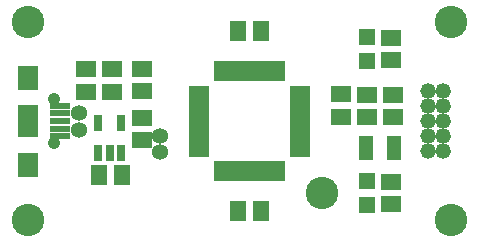
<source format=gts>
G75*
%MOIN*%
%OFA0B0*%
%FSLAX25Y25*%
%IPPOS*%
%LPD*%
%AMOC8*
5,1,8,0,0,1.08239X$1,22.5*
%
%ADD10C,0.10800*%
%ADD11R,0.06706X0.05682*%
%ADD12R,0.05524X0.05524*%
%ADD13R,0.02965X0.05524*%
%ADD14R,0.05682X0.06706*%
%ADD15R,0.05131X0.08280*%
%ADD16R,0.06706X0.01902*%
%ADD17R,0.01902X0.06706*%
%ADD18C,0.05200*%
%ADD19R,0.06509X0.02375*%
%ADD20C,0.04146*%
%ADD21R,0.06693X0.07874*%
%ADD22R,0.06693X0.10630*%
%ADD23C,0.05359*%
D10*
X0021346Y0012400D03*
X0119346Y0021400D03*
X0162346Y0012400D03*
X0162346Y0078400D03*
X0021346Y0078400D03*
D11*
X0040846Y0062640D03*
X0049625Y0062688D03*
X0059346Y0062892D03*
X0059346Y0055412D03*
X0049625Y0055208D03*
X0040846Y0055160D03*
X0059346Y0046419D03*
X0059346Y0038939D03*
X0125878Y0046868D03*
X0134602Y0046668D03*
X0143220Y0046722D03*
X0143220Y0054202D03*
X0134602Y0054148D03*
X0125878Y0054348D03*
X0142346Y0065660D03*
X0142346Y0073140D03*
X0142346Y0025140D03*
X0142346Y0017660D03*
D12*
X0134346Y0017266D03*
X0134346Y0025534D03*
X0134346Y0065266D03*
X0134346Y0073534D03*
D13*
X0052439Y0044878D03*
X0044958Y0044878D03*
X0044958Y0034641D03*
X0048698Y0034641D03*
X0052439Y0034641D03*
D14*
X0052651Y0027336D03*
X0045170Y0027336D03*
X0091598Y0015400D03*
X0099079Y0015400D03*
X0099087Y0075400D03*
X0091606Y0075400D03*
D15*
X0134058Y0036488D03*
X0143507Y0036488D03*
D16*
X0112079Y0036542D03*
X0112079Y0038510D03*
X0112079Y0040479D03*
X0112079Y0042447D03*
X0112079Y0044416D03*
X0112079Y0046384D03*
X0112079Y0048353D03*
X0112079Y0050321D03*
X0112079Y0052290D03*
X0112079Y0054258D03*
X0112079Y0056227D03*
X0078614Y0056227D03*
X0078614Y0054258D03*
X0078614Y0052290D03*
X0078614Y0050321D03*
X0078614Y0048353D03*
X0078614Y0046384D03*
X0078614Y0044416D03*
X0078614Y0042447D03*
X0078614Y0040479D03*
X0078614Y0038510D03*
X0078614Y0036542D03*
X0078614Y0034573D03*
X0112079Y0034573D03*
D17*
X0106173Y0028668D03*
X0104205Y0028668D03*
X0102236Y0028668D03*
X0100268Y0028668D03*
X0098299Y0028668D03*
X0096331Y0028668D03*
X0094362Y0028668D03*
X0092394Y0028668D03*
X0090425Y0028668D03*
X0088457Y0028668D03*
X0086488Y0028668D03*
X0084520Y0028668D03*
X0084520Y0062132D03*
X0086488Y0062132D03*
X0088457Y0062132D03*
X0090425Y0062132D03*
X0092394Y0062132D03*
X0094362Y0062132D03*
X0096331Y0062132D03*
X0098299Y0062132D03*
X0100268Y0062132D03*
X0102236Y0062132D03*
X0104205Y0062132D03*
X0106173Y0062132D03*
D18*
X0154846Y0055400D03*
X0159846Y0055400D03*
X0159846Y0050400D03*
X0154846Y0050400D03*
X0154846Y0045400D03*
X0159846Y0045400D03*
X0159846Y0040400D03*
X0154846Y0040400D03*
X0154846Y0035400D03*
X0159846Y0035400D03*
D19*
X0032075Y0040282D03*
X0032075Y0042841D03*
X0032075Y0045400D03*
X0032075Y0047959D03*
X0032075Y0050518D03*
D20*
X0030008Y0052880D03*
X0030008Y0037920D03*
D21*
X0021346Y0030896D03*
X0021346Y0059904D03*
D22*
X0021346Y0045400D03*
D23*
X0038346Y0042400D03*
X0038396Y0048120D03*
X0065379Y0040400D03*
X0065346Y0035041D03*
M02*

</source>
